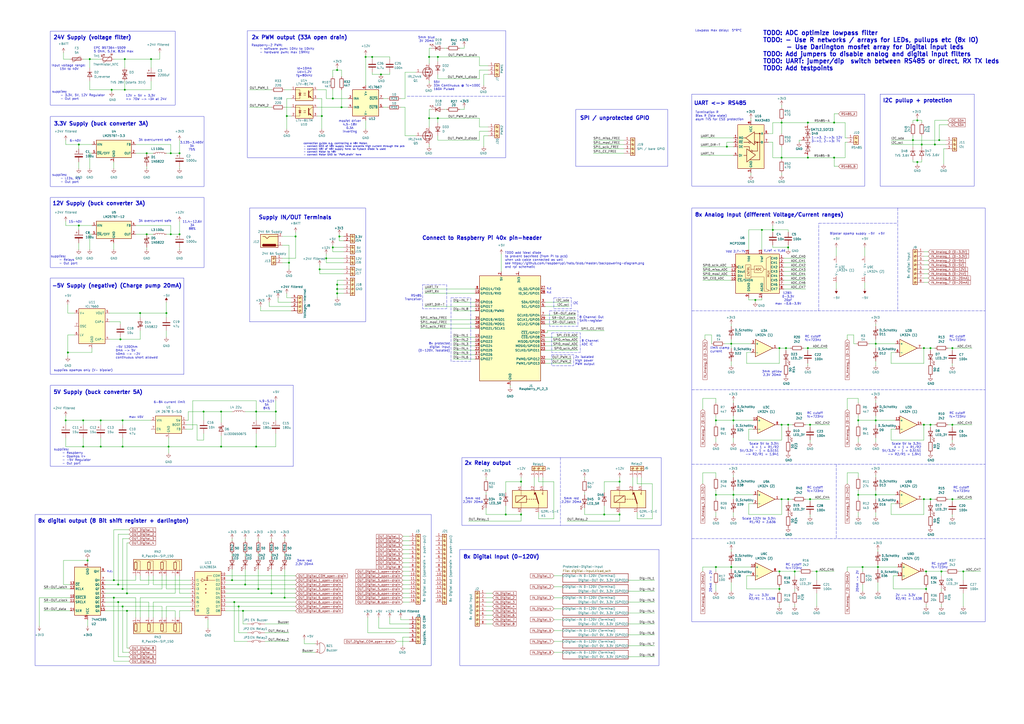
<source format=kicad_sch>
(kicad_sch
	(version 20231120)
	(generator "eeschema")
	(generator_version "8.0")
	(uuid "af4d11a6-73e1-4c39-a25e-5fe7dfa07237")
	(paper "A2")
	
	(junction
		(at 48.26 259.08)
		(diameter 0)
		(color 0 0 0 0)
		(uuid "04e54955-95ed-4070-adbb-7cee1b2c7a8b")
	)
	(junction
		(at 135.89 349.25)
		(diameter 0)
		(color 0 0 0 0)
		(uuid "05eca1c0-0042-44d8-82a8-b1f48175c33d")
	)
	(junction
		(at 483.87 91.44)
		(diameter 0)
		(color 0 0 0 0)
		(uuid "06f335d7-63de-4572-a20a-022b6c7f93c9")
	)
	(junction
		(at 542.29 83.82)
		(diameter 0)
		(color 0 0 0 0)
		(uuid "072c8fc6-89d0-4715-8ea4-dd9134761f17")
	)
	(junction
		(at 529.59 81.28)
		(diameter 0)
		(color 0 0 0 0)
		(uuid "07823899-5798-4592-8eff-8b1fe5858f30")
	)
	(junction
		(at 220.98 43.18)
		(diameter 0)
		(color 0 0 0 0)
		(uuid "0c7b1ae2-c684-4906-92c2-8dfa0b9613b9")
	)
	(junction
		(at 193.04 57.15)
		(diameter 0)
		(color 0 0 0 0)
		(uuid "0eedc99b-ff42-4961-8286-6066dee5c8fe")
	)
	(junction
		(at 455.93 201.93)
		(diameter 0)
		(color 0 0 0 0)
		(uuid "0fefb793-9883-40a2-bd83-f35b47e8dbdb")
	)
	(junction
		(at 66.04 336.55)
		(diameter 0)
		(color 0 0 0 0)
		(uuid "10026633-9ac7-4b72-aa53-10151f42da81")
	)
	(junction
		(at 71.12 243.84)
		(diameter 0)
		(color 0 0 0 0)
		(uuid "105d8991-ac05-4276-b194-5060bc474cf0")
	)
	(junction
		(at 424.18 328.93)
		(diameter 0)
		(color 0 0 0 0)
		(uuid "11161079-c1a9-4ebe-8de9-fa873f6e9640")
	)
	(junction
		(at 186.69 67.31)
		(diameter 0)
		(color 0 0 0 0)
		(uuid "11580b8b-6675-41d3-b33d-e1ed958eda93")
	)
	(junction
		(at 142.24 339.09)
		(diameter 0)
		(color 0 0 0 0)
		(uuid "11903fdd-3575-4409-96d6-35550cd46cfd")
	)
	(junction
		(at 195.58 40.64)
		(diameter 0)
		(color 0 0 0 0)
		(uuid "14ee932b-b4bf-415b-ab21-01e0b930417b")
	)
	(junction
		(at 39.37 204.47)
		(diameter 0)
		(color 0 0 0 0)
		(uuid "16107448-b037-4021-a9bb-1fb19d6f36c7")
	)
	(junction
		(at 468.63 71.12)
		(diameter 0)
		(color 0 0 0 0)
		(uuid "1827b75e-5515-4844-a399-117e6918fd73")
	)
	(junction
		(at 149.86 341.63)
		(diameter 0)
		(color 0 0 0 0)
		(uuid "1ab2b0ca-ba04-4500-a455-f6bec6b9245f")
	)
	(junction
		(at 532.13 93.98)
		(diameter 0)
		(color 0 0 0 0)
		(uuid "1c476741-4a7f-44e7-a84a-5b0fc50d1df8")
	)
	(junction
		(at 72.39 52.07)
		(diameter 0)
		(color 0 0 0 0)
		(uuid "1ca1e8b3-a925-433d-8b97-4bcdb1b98a40")
	)
	(junction
		(at 457.2 246.38)
		(diameter 0)
		(color 0 0 0 0)
		(uuid "209182a8-b4b9-40cd-b5b2-bd90b860e927")
	)
	(junction
		(at 461.01 331.47)
		(diameter 0)
		(color 0 0 0 0)
		(uuid "2108f88e-bd30-4e37-bd43-f81a6b0a951c")
	)
	(junction
		(at 302.26 279.4)
		(diameter 0)
		(color 0 0 0 0)
		(uuid "213f96fc-26d9-4cf1-83bd-f4336ef00b81")
	)
	(junction
		(at 350.52 298.45)
		(diameter 0)
		(color 0 0 0 0)
		(uuid "236f3f4e-76e9-4351-baf1-7665cdb427aa")
	)
	(junction
		(at 128.27 238.76)
		(diameter 0)
		(color 0 0 0 0)
		(uuid "28045595-b22a-4b06-9953-9f52298bbfc3")
	)
	(junction
		(at 425.45 287.02)
		(diameter 0)
		(color 0 0 0 0)
		(uuid "28934ae1-6d54-433a-8602-d8951919fe72")
	)
	(junction
		(at 248.92 33.02)
		(diameter 0)
		(color 0 0 0 0)
		(uuid "2a544a35-89e9-4403-a76e-deca404b0df4")
	)
	(junction
		(at 453.39 71.12)
		(diameter 0)
		(color 0 0 0 0)
		(uuid "2d47b40e-d23f-458b-8bda-f40f4a63d16c")
	)
	(junction
		(at 415.29 287.02)
		(diameter 0)
		(color 0 0 0 0)
		(uuid "2f3e2706-66a2-4ddc-84d7-d0f87e408bee")
	)
	(junction
		(at 52.07 34.29)
		(diameter 0)
		(color 0 0 0 0)
		(uuid "323916cf-5786-4346-bdcd-89c81cb32737")
	)
	(junction
		(at 171.45 137.16)
		(diameter 0)
		(color 0 0 0 0)
		(uuid "36c7ffc8-59d3-497b-8dce-a7b0d2f66aca")
	)
	(junction
		(at 185.42 156.21)
		(diameter 0)
		(color 0 0 0 0)
		(uuid "36d68065-ce7c-4d04-bfc0-73baed985380")
	)
	(junction
		(at 48.26 243.84)
		(diameter 0)
		(color 0 0 0 0)
		(uuid "383ef42e-22d7-43b3-89d3-2af42737728c")
	)
	(junction
		(at 535.94 246.38)
		(diameter 0)
		(color 0 0 0 0)
		(uuid "3ae78f7f-94a6-4485-a6b5-d7ce73e1abef")
	)
	(junction
		(at 50.8 325.12)
		(diameter 0)
		(color 0 0 0 0)
		(uuid "3c754c5e-b249-46c4-9d05-9f550316aca5")
	)
	(junction
		(at 415.29 328.93)
		(diameter 0)
		(color 0 0 0 0)
		(uuid "3e62f561-0d72-4e6a-934a-49655edcba7a")
	)
	(junction
		(at 196.85 137.16)
		(diameter 0)
		(color 0 0 0 0)
		(uuid "4165b357-897a-49f2-9ef7-d976d8e6b00f")
	)
	(junction
		(at 58.42 243.84)
		(diameter 0)
		(color 0 0 0 0)
		(uuid "422bc740-9691-4697-b466-286d91cb40aa")
	)
	(junction
		(at 448.31 133.35)
		(diameter 0)
		(color 0 0 0 0)
		(uuid "42f8f2a2-d4f1-4f85-a7f3-af76fd15f334")
	)
	(junction
		(at 81.28 181.61)
		(diameter 0)
		(color 0 0 0 0)
		(uuid "49b65474-3c4a-461b-8a68-40a6b20540ce")
	)
	(junction
		(at 535.94 201.93)
		(diameter 0)
		(color 0 0 0 0)
		(uuid "4c28afa4-cb18-4457-bfd3-5c53dabd8baa")
	)
	(junction
		(at 66.04 346.71)
		(diameter 0)
		(color 0 0 0 0)
		(uuid "4dd49bce-72c0-4885-aaa1-4fc2ceee5ed9")
	)
	(junction
		(at 438.15 173.99)
		(diameter 0)
		(color 0 0 0 0)
		(uuid "4e57230f-aabe-47d0-b863-f2adc3d1ffe4")
	)
	(junction
		(at 537.21 331.47)
		(diameter 0)
		(color 0 0 0 0)
		(uuid "51a2075d-152f-4706-892e-e33346bc5c7c")
	)
	(junction
		(at 469.9 289.56)
		(diameter 0)
		(color 0 0 0 0)
		(uuid "5350fbf4-d95b-437a-9686-20f0bf58d3a4")
	)
	(junction
		(at 534.67 83.82)
		(diameter 0)
		(color 0 0 0 0)
		(uuid "53d66afe-70cb-456e-9b1b-03e37a30427c")
	)
	(junction
		(at 535.94 289.56)
		(diameter 0)
		(color 0 0 0 0)
		(uuid "5453c15f-3da7-498f-b4d4-eefd4a32800e")
	)
	(junction
		(at 71.12 259.08)
		(diameter 0)
		(color 0 0 0 0)
		(uuid "548e2dfb-04f2-4d21-ab49-d803782e4bea")
	)
	(junction
		(at 165.1 346.71)
		(diameter 0)
		(color 0 0 0 0)
		(uuid "5728ee18-fcb1-40dc-a17f-8fbad76f4f48")
	)
	(junction
		(at 497.84 243.84)
		(diameter 0)
		(color 0 0 0 0)
		(uuid "57a339c8-b411-45ff-a169-a3416d23d890")
	)
	(junction
		(at 359.41 298.45)
		(diameter 0)
		(color 0 0 0 0)
		(uuid "58641e9a-dfea-4a17-a599-d3f20704b922")
	)
	(junction
		(at 104.14 135.89)
		(diameter 0)
		(color 0 0 0 0)
		(uuid "5b0eb3d4-c4be-4d9b-9e7b-ef02c7a05fa6")
	)
	(junction
		(at 552.45 246.38)
		(diameter 0)
		(color 0 0 0 0)
		(uuid "5fd46808-879e-44b8-af18-96d3e87ab16f")
	)
	(junction
		(at 104.14 88.9)
		(diameter 0)
		(color 0 0 0 0)
		(uuid "6030d6cb-547f-4627-bb7a-29b5d50e2d7c")
	)
	(junction
		(at 532.13 69.85)
		(diameter 0)
		(color 0 0 0 0)
		(uuid "60649139-4bdd-472e-9af5-360b27505cfe")
	)
	(junction
		(at 45.72 83.82)
		(diameter 0)
		(color 0 0 0 0)
		(uuid "61300700-7a6f-4cf0-89e3-de24251aaf76")
	)
	(junction
		(at 500.38 328.93)
		(diameter 0)
		(color 0 0 0 0)
		(uuid "628c5c50-25e2-4f91-8c48-b88818b7ae22")
	)
	(junction
		(at 508 243.84)
		(diameter 0)
		(color 0 0 0 0)
		(uuid "681b0c0c-503e-42b4-b413-9d8b61948eb7")
	)
	(junction
		(at 189.23 149.86)
		(diameter 0)
		(color 0 0 0 0)
		(uuid "6cf7d574-f4cc-4d2d-aaa4-333b42743989")
	)
	(junction
		(at 212.09 33.02)
		(diameter 0)
		(color 0 0 0 0)
		(uuid "6f8dae14-e5bb-4ed3-8136-992dd6b276bb")
	)
	(junction
		(at 441.96 133.35)
		(diameter 0)
		(color 0 0 0 0)
		(uuid "71c80c36-cea0-487c-bcb3-ac90e6cf6909")
	)
	(junction
		(at 99.06 135.89)
		(diameter 0)
		(color 0 0 0 0)
		(uuid "72aa6fa5-05f9-4fb4-9b06-f61f0b76719e")
	)
	(junction
		(at 497.84 287.02)
		(diameter 0)
		(color 0 0 0 0)
		(uuid "72cd6455-fb65-4b52-8421-80100f0ddc8f")
	)
	(junction
		(at 68.58 339.09)
		(diameter 0)
		(color 0 0 0 0)
		(uuid "751fb691-f4d4-4afb-8c99-237d44216e6a")
	)
	(junction
		(at 160.02 238.76)
		(diameter 0)
		(color 0 0 0 0)
		(uuid "75c001cd-17a9-469a-b125-e6fab77c80b6")
	)
	(junction
		(at 457.2 143.51)
		(diameter 0)
		(color 0 0 0 0)
		(uuid "7b6a19d9-d84c-4ace-9ad2-e52657e5669a")
	)
	(junction
		(at 96.52 181.61)
		(diameter 0)
		(color 0 0 0 0)
		(uuid "7e3134f9-4b48-4e64-b337-949ca5145048")
	)
	(junction
		(at 167.64 152.4)
		(diameter 0)
		(color 0 0 0 0)
		(uuid "7e34b571-ccc5-431c-9beb-4c51058dace2")
	)
	(junction
		(at 452.12 331.47)
		(diameter 0)
		(color 0 0 0 0)
		(uuid "7eee6ae0-e862-4cf5-a20a-077da3b5824a")
	)
	(junction
		(at 552.45 201.93)
		(diameter 0)
		(color 0 0 0 0)
		(uuid "85be4b5b-1dd3-4429-a51f-714f415e4cb3")
	)
	(junction
		(at 58.42 259.08)
		(diameter 0)
		(color 0 0 0 0)
		(uuid "8858408f-f194-4c4f-bd3d-5f79bdeb0f2d")
	)
	(junction
		(at 195.58 165.1)
		(diameter 0)
		(color 0 0 0 0)
		(uuid "88c2711e-5b03-40e9-b711-09a368eecd39")
	)
	(junction
		(at 148.59 259.08)
		(diameter 0)
		(color 0 0 0 0)
		(uuid "89ab178e-a455-4ee1-9c37-6616d82dbbfd")
	)
	(junction
		(at 99.06 88.9)
		(diameter 0)
		(color 0 0 0 0)
		(uuid "8a14436b-3658-4869-9928-b6970ddfd0dd")
	)
	(junction
		(at 425.45 243.84)
		(diameter 0)
		(color 0 0 0 0)
		(uuid "8c0d1323-aeaa-4fdf-940b-e96e8f624588")
	)
	(junction
		(at 508 287.02)
		(diameter 0)
		(color 0 0 0 0)
		(uuid "8c384515-970b-4a9b-9d25-34f7c7cf5a31")
	)
	(junction
		(at 215.9 33.02)
		(diameter 0)
		(color 0 0 0 0)
		(uuid "900094c6-ad82-42ce-b9e4-bbff1fbd4f7d")
	)
	(junction
		(at 157.48 344.17)
		(diameter 0)
		(color 0 0 0 0)
		(uuid "96561ec8-8fb0-4b54-8190-e8ea97ddc94c")
	)
	(junction
		(at 45.72 130.81)
		(diameter 0)
		(color 0 0 0 0)
		(uuid "9ce26f46-c13d-457f-b7ea-3cb9a3964209")
	)
	(junction
		(at 87.63 34.29)
		(diameter 0)
		(color 0 0 0 0)
		(uuid "9e5cf790-7802-46af-ab1e-37a6016aa652")
	)
	(junction
		(at 537.21 341.63)
		(diameter 0)
		(color 0 0 0 0)
		(uuid "9f9cd4a1-53b7-4b90-939d-1f42f0144daf")
	)
	(junction
		(at 71.12 341.63)
		(diameter 0)
		(color 0 0 0 0)
		(uuid "a02a0c35-7237-4690-930d-ae7d81a03d46")
	)
	(junction
		(at 148.59 238.76)
		(diameter 0)
		(color 0 0 0 0)
		(uuid "a1035066-f2bd-42c1-b35e-660253af95e6")
	)
	(junction
		(at 166.37 67.31)
		(diameter 0)
		(color 0 0 0 0)
		(uuid "a156600e-b17b-40ee-9338-2875dd6af119")
	)
	(junction
		(at 38.1 243.84)
		(diameter 0)
		(color 0 0 0 0)
		(uuid "a1588343-c251-454b-b53e-fff8eaaaa3ac")
	)
	(junction
		(at 421.64 85.09)
		(diameter 0)
		(color 0 0 0 0)
		(uuid "a3b0547d-f7ce-442b-817a-271db96a0661")
	)
	(junction
		(at 457.2 289.56)
		(diameter 0)
		(color 0 0 0 0)
		(uuid "a647ae42-673a-4b30-ba91-f5c0de2d1fb1")
	)
	(junction
		(at 415.29 243.84)
		(diameter 0)
		(color 0 0 0 0)
		(uuid "a8916f2a-3760-4408-a711-e8008e50a42d")
	)
	(junction
		(at 552.45 289.56)
		(diameter 0)
		(color 0 0 0 0)
		(uuid "a8b20a5e-2fbe-4704-8e22-2faf27846df8")
	)
	(junction
		(at 469.9 246.38)
		(diameter 0)
		(color 0 0 0 0)
		(uuid "aad29792-d123-4844-9da8-1df2be24a9d5")
	)
	(junction
		(at 509.27 328.93)
		(diameter 0)
		(color 0 0 0 0)
		(uuid "ab657e53-e46e-4daf-86ec-72046f57a401")
	)
	(junction
		(at 293.37 298.45)
		(diameter 0)
		(color 0 0 0 0)
		(uuid "ac1970be-fc9a-493a-b832-4f526b5d8a6f")
	)
	(junction
		(at 544.83 81.28)
		(diameter 0)
		(color 0 0 0 0)
		(uuid "ac4ac232-9a0f-4efe-bd40-aa7c1fcbaeed")
	)
	(junction
		(at 64.77 52.07)
		(diameter 0)
		(color 0 0 0 0)
		(uuid "aec62089-2d46-4a73-8fe2-9440797f680d")
	)
	(junction
		(at 193.04 143.51)
		(diameter 0)
		(color 0 0 0 0)
		(uuid "afe0a47e-780f-4d3f-922b-cf183727c03c")
	)
	(junction
		(at 140.97 354.33)
		(diameter 0)
		(color 0 0 0 0)
		(uuid "b03b65c9-d63a-4b4e-b4bc-bfd5bb85047b")
	)
	(junction
		(at 128.27 259.08)
		(diameter 0)
		(color 0 0 0 0)
		(uuid "b129a554-6918-436f-b908-937c28939470")
	)
	(junction
		(at 195.58 167.64)
		(diameter 0)
		(color 0 0 0 0)
		(uuid "b2e8f750-2b92-45ce-8a68-634998755450")
	)
	(junction
		(at 85.09 135.89)
		(diameter 0)
		(color 0 0 0 0)
		(uuid "b75be159-2e10-4f46-b206-2354b78b9157")
	)
	(junction
		(at 483.87 71.12)
		(diameter 0)
		(color 0 0 0 0)
		(uuid "b75f83a7-ff43-422c-8aef-b23c65dc9f58")
	)
	(junction
		(at 452.12 341.63)
		(diameter 0)
		(color 0 0 0 0)
		(uuid "bc0e8895-a168-4b32-a3ae-032222041331")
	)
	(junction
		(at 85.09 88.9)
		(diameter 0)
		(color 0 0 0 0)
		(uuid "bcb07714-ac5e-4281-b3c3-552386782e56")
	)
	(junction
		(at 359.41 279.4)
		(diameter 0)
		(color 0 0 0 0)
		(uuid "c25e2208-2d4a-4a5d-b1b6-520bc7405c20")
	)
	(junction
		(at 71.12 351.79)
		(diameter 0)
		(color 0 0 0 0)
		(uuid "c2a7d60c-8406-4629-9f9f-20facc991908")
	)
	(junction
		(at 248.92 68.58)
		(diameter 0)
		(color 0 0 0 0)
		(uuid "c583ebaa-dbb1-42bf-9503-cd46d9d9c934")
	)
	(junction
		(at 424.18 199.39)
		(diameter 0)
		(color 0 0 0 0)
		(uuid "c5e0eb5b-7c3b-45d6-94c4-c8f1aeb4edda")
	)
	(junction
		(at 558.8 331.47)
		(diameter 0)
		(color 0 0 0 0)
		(uuid "c6fd9455-a40f-495c-b522-dad68ccccb40")
	)
	(junction
		(at 68.58 349.25)
		(diameter 0)
		(color 0 0 0 0)
		(uuid "c7252f51-5593-44ea-9ef0-15644cb2b836")
	)
	(junction
		(at 468.63 201.93)
		(diameter 0)
		(color 0 0 0 0)
		(uuid "c9a1a788-271b-4313-91ac-1eb41a1be2d1")
	)
	(junction
		(at 73.66 344.17)
		(diameter 0)
		(color 0 0 0 0)
		(uuid "ca97fd06-a20b-4255-9402-c6f0775648c9")
	)
	(junction
		(at 539.75 289.56)
		(diameter 0)
		(color 0 0 0 0)
		(uuid "cce9ddbf-6d0b-4bc9-aa3e-08b573ecddaa")
	)
	(junction
		(at 539.75 246.38)
		(diameter 0)
		(color 0 0 0 0)
		(uuid "cef5d492-924d-4b16-915e-16292a4ec979")
	)
	(junction
		(at 546.1 331.47)
		(diameter 0)
		(color 0 0 0 0)
		(uuid "d3002e4b-d3e1-40cc-9b8a-5d2c7334c6dd")
	)
	(junction
		(at 539.75 201.93)
		(diameter 0)
		(color 0 0 0 0)
		(uuid "d5958f52-db39-4d96-9f5c-46cc0e0a9c13")
	)
	(junction
		(at 468.63 91.44)
		(diameter 0)
		(color 0 0 0 0)
		(uuid "d5f0980c-b894-41c8-ad9a-99d84da95533")
	)
	(junction
		(at 254 68.58)
		(diameter 0)
		(color 0 0 0 0)
		(uuid "d7f6abff-a394-48b0-8295-d13e407a04cb")
	)
	(junction
		(at 72.39 34.29)
		(diameter 0)
		(color 0 0 0 0)
		(uuid "d8f092e7-91d1-49cd-8b38-bfbac74525e6")
	)
	(junction
		(at 473.71 331.47)
		(diameter 0)
		(color 0 0 0 0)
		(uuid "dd672ca4-9aed-4510-a18a-eaf4c4b1b5b2")
	)
	(junction
		(at 508 199.39)
		(diameter 0)
		(color 0 0 0 0)
		(uuid "dd99b0be-8d82-412c-a9e5-745f68c0f208")
	)
	(junction
		(at 453.39 246.38)
		(diameter 0)
		(color 0 0 0 0)
		(uuid "e06e2f01-d838-48f6-8efa-7e05b926ca29")
	)
	(junction
		(at 302.26 298.45)
		(diameter 0)
		(color 0 0 0 0)
		(uuid "e0fcc60c-adef-4503-b67d-31eec596d694")
	)
	(junction
		(at 198.12 62.23)
		(diameter 0)
		(color 0 0 0 0)
		(uuid "e5b099e1-f557-4448-b3d0-b283fc211558")
	)
	(junction
		(at 134.62 336.55)
		(diameter 0)
		(color 0 0 0 0)
		(uuid "e5bd5461-5bb2-4b08-87c8-6e463ef8db0a")
	)
	(junction
		(at 118.11 238.76)
		(diameter 0)
		(color 0 0 0 0)
		(uuid "e70a65f8-f7a2-47ed-978c-48ab0ab55eb7")
	)
	(junction
		(at 254 33.02)
		(diameter 0)
		(color 0 0 0 0)
		(uuid "e8615103-e90c-4f75-b440-b8fad443ff1e")
	)
	(junction
		(at 69.85 196.85)
		(diameter 0)
		(color 0 0 0 0)
		(uuid "eac55c9c-6217-4313-8428-a310d44dd53f")
	)
	(junction
		(at 453.39 91.44)
		(diameter 0)
		(color 0 0 0 0)
		(uuid "ed02a82a-9a4c-446b-b18a-c2e77fed11fa")
	)
	(junction
		(at 453.39 289.56)
		(diameter 0)
		(color 0 0 0 0)
		(uuid "ef6c709f-f6a8-4332-b336-2fc745163133")
	)
	(junction
		(at 97.79 259.08)
		(diameter 0)
		(color 0 0 0 0)
		(uuid "f74be3ca-6702-47ef-b237-4f888ce46f38")
	)
	(junction
		(at 195.58 170.18)
		(diameter 0)
		(color 0 0 0 0)
		(uuid "f7f75933-16ea-47d7-b287-2e617fa65d71")
	)
	(junction
		(at 138.43 351.79)
		(diameter 0)
		(color 0 0 0 0)
		(uuid "fae7fc45-5150-4de6-9de8-a36ec31aa312")
	)
	(junction
		(at 452.12 201.93)
		(diameter 0)
		(color 0 0 0 0)
		(uuid "fbce1fdb-db5b-4f19-bbb5-0a9c27bcbc89")
	)
	(junction
		(at 73.66 354.33)
		(diameter 0)
		(color 0 0 0 0)
		(uuid "fcfc1728-3653-4623-b7b5-a4e4cd6811ba")
	)
	(wire
		(pts
			(xy 457.2 142.24) (xy 457.2 143.51)
		)
		(stroke
			(width 0)
			(type default)
		)
		(uuid "0054231e-6c1c-4b62-a261-da803b448710")
	)
	(wire
		(pts
			(xy 199.39 152.4) (xy 189.23 152.4)
		)
		(stroke
			(width 0)
			(type default)
		)
		(uuid "00545783-b683-4c25-a5a8-313c6c100a89")
	)
	(wire
		(pts
			(xy 233.68 323.85) (xy 237.49 323.85)
		)
		(stroke
			(width 0)
			(type default)
		)
		(uuid "00818073-0ff6-4df9-84ad-d009831f149e")
	)
	(wire
		(pts
			(xy 157.48 330.2) (xy 157.48 344.17)
		)
		(stroke
			(width 0)
			(type default)
		)
		(uuid "008afce7-2f89-4bee-bec1-74412a14f6ad")
	)
	(wire
		(pts
			(xy 184.15 62.23) (xy 198.12 62.23)
		)
		(stroke
			(width 0)
			(type default)
		)
		(uuid "00912cef-7458-4250-9601-851325c17234")
	)
	(wire
		(pts
			(xy 184.15 52.07) (xy 189.23 52.07)
		)
		(stroke
			(width 0)
			(type default)
		)
		(uuid "00e44004-c513-4de5-a722-c1ec9c261caa")
	)
	(wire
		(pts
			(xy 415.29 339.09) (xy 415.29 342.9)
		)
		(stroke
			(width 0)
			(type default)
		)
		(uuid "00ef2f56-37bd-4ed0-aeb9-aa019bd24e2f")
	)
	(wire
		(pts
			(xy 138.43 367.03) (xy 138.43 351.79)
		)
		(stroke
			(width 0)
			(type default)
		)
		(uuid "00fdba94-28e0-4b7e-a3f6-8468a273182f")
	)
	(wire
		(pts
			(xy 469.9 246.38) (xy 469.9 247.65)
		)
		(stroke
			(width 0)
			(type default)
		)
		(uuid "01a5f7f5-381b-4726-8886-b420b25ccedd")
	)
	(wire
		(pts
			(xy 130.81 349.25) (xy 135.89 349.25)
		)
		(stroke
			(width 0)
			(type default)
		)
		(uuid "01f70877-5d35-4473-8154-b32633fb4439")
	)
	(wire
		(pts
			(xy 212.09 33.02) (xy 215.9 33.02)
		)
		(stroke
			(width 0)
			(type default)
		)
		(uuid "02432959-10b0-4f2a-af2d-7311d5fec00d")
	)
	(wire
		(pts
			(xy 364.49 381) (xy 379.73 381)
		)
		(stroke
			(width 0)
			(type default)
		)
		(uuid "02ad12e9-171b-44af-b8d5-404ce7de4145")
	)
	(wire
		(pts
			(xy 50.8 326.39) (xy 50.8 325.12)
		)
		(stroke
			(width 0)
			(type default)
		)
		(uuid "02caf3da-4dfe-464a-bed0-55c975aa32ca")
	)
	(wire
		(pts
			(xy 262.89 195.58) (xy 275.59 195.58)
		)
		(stroke
			(width 0)
			(type default)
		)
		(uuid "02f927d2-46f0-4067-bb2c-7b5ed625f8eb")
	)
	(wire
		(pts
			(xy 163.83 149.86) (xy 171.45 149.86)
		)
		(stroke
			(width 0)
			(type default)
		)
		(uuid "02fbffc1-1a80-4729-b02b-5df049ccd742")
	)
	(wire
		(pts
			(xy 278.13 73.66) (xy 278.13 68.58)
		)
		(stroke
			(width 0)
			(type default)
		)
		(uuid "030da04f-bb6a-49d5-a07a-b1ac13ef0d2c")
	)
	(wire
		(pts
			(xy 149.86 330.2) (xy 149.86 341.63)
		)
		(stroke
			(width 0)
			(type default)
		)
		(uuid "041815f2-6a56-4b6a-bb9d-9c928a900a5c")
	)
	(wire
		(pts
			(xy 453.39 246.38) (xy 457.2 246.38)
		)
		(stroke
			(width 0)
			(type default)
		)
		(uuid "04304b2e-0c68-4a14-bbe0-0e23cac30e94")
	)
	(wire
		(pts
			(xy 529.59 71.12) (xy 529.59 69.85)
		)
		(stroke
			(width 0)
			(type default)
		)
		(uuid "0445f1c5-cbd7-41f2-81d5-6122602375c6")
	)
	(polyline
		(pts
			(xy 236.22 55.88) (xy 293.37 55.88)
		)
		(stroke
			(width 0)
			(type dash)
		)
		(uuid "0562829c-78ed-418e-bf83-3ad41711062d")
	)
	(wire
		(pts
			(xy 128.27 252.73) (xy 128.27 259.08)
		)
		(stroke
			(width 0)
			(type default)
		)
		(uuid "056eeaf6-cef0-4a15-9aa0-a138145aa6e3")
	)
	(wire
		(pts
			(xy 321.31 279.4) (xy 321.31 300.99)
		)
		(stroke
			(width 0)
			(type default)
		)
		(uuid "05769be8-6486-49a6-96aa-282d535c7d39")
	)
	(wire
		(pts
			(xy 434.34 144.78) (xy 434.34 133.35)
		)
		(stroke
			(width 0)
			(type default)
		)
		(uuid "05c7cccb-cca5-4623-97c8-040d9b4df307")
	)
	(wire
		(pts
			(xy 66.04 336.55) (xy 78.74 336.55)
		)
		(stroke
			(width 0)
			(type default)
		)
		(uuid "060a1e46-185f-46d5-bb25-4b502bfab042")
	)
	(wire
		(pts
			(xy 45.72 83.82) (xy 53.34 83.82)
		)
		(stroke
			(width 0)
			(type default)
		)
		(uuid "062e080a-8aeb-47cc-970e-09456cd360cd")
	)
	(wire
		(pts
			(xy 135.89 349.25) (xy 171.45 349.25)
		)
		(stroke
			(width 0)
			(type default)
		)
		(uuid "0659393b-3309-4473-b9a3-0b8d8e6240c7")
	)
	(wire
		(pts
			(xy 454.66 149.86) (xy 467.36 149.86)
		)
		(stroke
			(width 0)
			(type default)
		)
		(uuid "068083fa-fce7-43b5-8463-4f98840e7a26")
	)
	(wire
		(pts
			(xy 93.98 341.63) (xy 93.98 334.01)
		)
		(stroke
			(width 0)
			(type default)
		)
		(uuid "0682b7ac-d716-40a5-af74-9d38bd3e4468")
	)
	(wire
		(pts
			(xy 321.31 300.99) (xy 312.42 300.99)
		)
		(stroke
			(width 0)
			(type default)
		)
		(uuid "06a1b25e-5913-4cbd-a6dc-df54f02c3062")
	)
	(wire
		(pts
			(xy 316.23 182.88) (xy 334.01 182.88)
		)
		(stroke
			(width 0)
			(type default)
		)
		(uuid "06d6f191-9971-474b-b097-e0a1a133101e")
	)
	(wire
		(pts
			(xy 74.93 309.88) (xy 68.58 309.88)
		)
		(stroke
			(width 0)
			(type default)
		)
		(uuid "0768423a-ac1c-4f99-9532-7ef87789f549")
	)
	(wire
		(pts
			(xy 81.28 191.77) (xy 81.28 196.85)
		)
		(stroke
			(width 0)
			(type default)
		)
		(uuid "07802d6c-0405-4611-8498-2921642973c9")
	)
	(wire
		(pts
			(xy 457.2 289.56) (xy 459.74 289.56)
		)
		(stroke
			(width 0)
			(type default)
		)
		(uuid "08d4afc6-7a52-4c48-90ea-de03339f3fec")
	)
	(wire
		(pts
			(xy 434.34 292.1) (xy 434.34 298.45)
		)
		(stroke
			(width 0)
			(type default)
		)
		(uuid "08da2754-5954-4cc6-88b7-c43418808a5f")
	)
	(wire
		(pts
			(xy 233.68 331.47) (xy 237.49 331.47)
		)
		(stroke
			(width 0)
			(type default)
		)
		(uuid "09105bff-0442-453e-b260-c98527da345d")
	)
	(wire
		(pts
			(xy 69.85 196.85) (xy 63.5 196.85)
		)
		(stroke
			(width 0)
			(type default)
		)
		(uuid "09231105-ced3-4313-bf61-0ff5f84aa1d1")
	)
	(wire
		(pts
			(xy 454.66 152.4) (xy 467.36 152.4)
		)
		(stroke
			(width 0)
			(type default)
		)
		(uuid "0932f8bf-1781-41f0-8075-3b7e84ddb5c7")
	)
	(polyline
		(pts
			(xy 401.32 312.42) (xy 571.5 312.42)
		)
		(stroke
			(width 0)
			(type dash)
		)
		(uuid "094d5652-c661-4611-aef7-df74f3da51b8")
	)
	(wire
		(pts
			(xy 52.07 97.79) (xy 52.07 88.9)
		)
		(stroke
			(width 0)
			(type default)
		)
		(uuid "096d85b4-5d51-44af-82ba-979fa750f17a")
	)
	(wire
		(pts
			(xy 186.69 67.31) (xy 186.69 57.15)
		)
		(stroke
			(width 0)
			(type default)
		)
		(uuid "09c9e21f-8206-47ae-a9c8-c044bfbcae4a")
	)
	(wire
		(pts
			(xy 497.84 284.48) (xy 497.84 287.02)
		)
		(stroke
			(width 0)
			(type default)
		)
		(uuid "09d9a41a-af3c-4a91-ad4d-2c3b79cf9ec7")
	)
	(wire
		(pts
			(xy 50.8 363.22) (xy 50.8 359.41)
		)
		(stroke
			(width 0)
			(type default)
		)
		(uuid "0a051774-4cbb-4b66-bf37-8910fac947bb")
	)
	(wire
		(pts
			(xy 539.75 246.38) (xy 539.75 247.65)
		)
		(stroke
			(width 0)
			(type default)
		)
		(uuid "0a19eb4a-b45c-478b-9d63-c374df4a79a0")
	)
	(wire
		(pts
			(xy 81.28 181.61) (xy 96.52 181.61)
		)
		(stroke
			(width 0)
			(type default)
		)
		(uuid "0a9bbdf8-1908-4d8c-8217-07db364293b0")
	)
	(wire
		(pts
			(xy 60.96 354.33) (xy 73.66 354.33)
		)
		(stroke
			(width 0)
			(type default)
		)
		(uuid "0aa33d96-2e44-4442-b63d-f8ede3d506ac")
	)
	(wire
		(pts
			(xy 415.29 274.32) (xy 415.29 276.86)
		)
		(stroke
			(width 0)
			(type default)
		)
		(uuid "0b798a4e-ae38-46ca-9967-253a2656e0f1")
	)
	(wire
		(pts
			(xy 68.58 381) (xy 68.58 349.25)
		)
		(stroke
			(width 0)
			(type default)
		)
		(uuid "0d64bcbd-9b4c-4f6e-98d3-beab5b2606b6")
	)
	(wire
		(pts
			(xy 88.9 339.09) (xy 110.49 339.09)
		)
		(stroke
			(width 0)
			(type default)
		)
		(uuid "0e92e4be-38e2-45e5-939b-f91def45932d")
	)
	(wire
		(pts
			(xy 497.84 243.84) (xy 497.84 246.38)
		)
		(stroke
			(width 0)
			(type default)
		)
		(uuid "0f4644b6-fa54-41ce-a769-bba1ac182829")
	)
	(wire
		(pts
			(xy 435.61 68.58) (xy 435.61 69.85)
		)
		(stroke
			(width 0)
			(type default)
		)
		(uuid "0fdad08b-4b60-4f92-976c-2a5e922013e0")
	)
	(wire
		(pts
			(xy 148.59 238.76) (xy 148.59 243.84)
		)
		(stroke
			(width 0)
			(type default)
		)
		(uuid "10545d38-a86d-4f4b-9d61-a90e5b83a28b")
	)
	(wire
		(pts
			(xy 138.43 351.79) (xy 171.45 351.79)
		)
		(stroke
			(width 0)
			(type default)
		)
		(uuid "105e6ead-c219-4b9a-9c48-5f4c927466e0")
	)
	(wire
		(pts
			(xy 491.49 274.32) (xy 497.84 274.32)
		)
		(stroke
			(width 0)
			(type default)
		)
		(uuid "10a6a44e-d783-4ce2-86b8-20bd8032d780")
	)
	(wire
		(pts
			(xy 262.89 203.2) (xy 275.59 203.2)
		)
		(stroke
			(width 0)
			(type default)
		)
		(uuid "10a757e5-89b9-4989-b591-35fa1e44e30a")
	)
	(wire
		(pts
			(xy 535.94 255.27) (xy 535.94 246.38)
		)
		(stroke
			(width 0)
			(type default)
		)
		(uuid "1103b789-e8a0-437b-b861-57f3bb0fe1fd")
	)
	(wire
		(pts
			(xy 148.59 238.76) (xy 160.02 238.76)
		)
		(stroke
			(width 0)
			(type default)
		)
		(uuid "11050421-263c-408e-9ff9-8d4704e38685")
	)
	(wire
		(pts
			(xy 508 209.55) (xy 508 212.09)
		)
		(stroke
			(width 0)
			(type default)
		)
		(uuid "110938bc-7e57-48c8-9cf6-d617786f4017")
	)
	(wire
		(pts
			(xy 316.23 185.42) (xy 334.01 185.42)
		)
		(stroke
			(width 0)
			(type default)
		)
		(uuid "119c66a0-9194-4112-8a35-c7ab420db9e3")
	)
	(wire
		(pts
			(xy 254 68.58) (xy 254 71.12)
		)
		(stroke
			(width 0)
			(type default)
		)
		(uuid "11c359c3-26fe-4117-8dcc-0f087608c0a4")
	)
	(wire
		(pts
			(xy 529.59 93.98) (xy 532.13 93.98)
		)
		(stroke
			(width 0)
			(type default)
		)
		(uuid "120cdc1a-687e-4eba-afd7-f1b2efe76e94")
	)
	(wire
		(pts
			(xy 285.75 359.41) (xy 281.94 359.41)
		)
		(stroke
			(width 0)
			(type default)
		)
		(uuid "1238accc-b1f4-495d-9555-1773ffdde48b")
	)
	(wire
		(pts
			(xy 407.67 231.14) (xy 415.29 231.14)
		)
		(stroke
			(width 0)
			(type default)
		)
		(uuid "1257bc49-635e-40d2-adbc-efdb0b93d729")
	)
	(wire
		(pts
			(xy 104.14 143.51) (xy 104.14 144.78)
		)
		(stroke
			(width 0)
			(type default)
		)
		(uuid "125a7d11-0e70-4fc2-ad30-a60c78e9f5a4")
	)
	(wire
		(pts
			(xy 199.39 156.21) (xy 185.42 156.21)
		)
		(stroke
			(width 0)
			(type default)
		)
		(uuid "1277afae-9962-4396-93da-5f8be530e087")
	)
	(wire
		(pts
			(xy 25.4 354.33) (xy 40.64 354.33)
		)
		(stroke
			(width 0)
			(type default)
		)
		(uuid "12a983d3-1186-4ca8-a60c-5c45001d78ec")
	)
	(wire
		(pts
			(xy 421.64 82.55) (xy 425.45 82.55)
		)
		(stroke
			(width 0)
			(type default)
		)
		(uuid "12d77e0a-5dcd-4dd0-8d7e-2bd92b3f4f23")
	)
	(wire
		(pts
			(xy 285.75 344.17) (xy 281.94 344.17)
		)
		(stroke
			(width 0)
			(type default)
		)
		(uuid "131e9cc7-fe99-45a7-b73f-6d1a85fbc334")
	)
	(wire
		(pts
			(xy 144.78 52.07) (xy 157.48 52.07)
		)
		(stroke
			(width 0)
			(type default)
		)
		(uuid "13498381-d22d-4321-8dae-bb4e3470f921")
	)
	(wire
		(pts
			(xy 534.67 93.98) (xy 534.67 92.71)
		)
		(stroke
			(width 0)
			(type default)
		)
		(uuid "135d3430-334d-4aef-a7e9-ae49e108ebcb")
	)
	(wire
		(pts
			(xy 160.02 251.46) (xy 160.02 259.08)
		)
		(stroke
			(width 0)
			(type default)
		)
		(uuid "137c88a4-e84c-4de9-8e08-42b4620e394d")
	)
	(wire
		(pts
			(xy 52.07 34.29) (xy 52.07 39.37)
		)
		(stroke
			(width 0)
			(type default)
		)
		(uuid "147be2c8-821e-4c84-a2e1-06b7f4973251")
	)
	(wire
		(pts
			(xy 448.31 143.51) (xy 457.2 143.51)
		)
		(stroke
			(width 0)
			(type default)
		)
		(uuid "14e2a1f5-5ec8-44d4-8c05-ee4cab2bd0fb")
	)
	(wire
		(pts
			(xy 535.94 158.75) (xy 538.48 158.75)
		)
		(stroke
			(width 0)
			(type default)
		)
		(uuid "14f8bc70-e152-47b8-b5b7-589734aa4ea8")
	)
	(wire
		(pts
			(xy 539.75 201.93) (xy 542.29 201.93)
		)
		(stroke
			(width 0)
			(type default)
		)
		(uuid "15621219-290f-410b-a757-cdd9d2345727")
	)
	(wire
		(pts
			(xy 452.12 331.47) (xy 452.12 332.74)
		)
		(stroke
			(width 0)
			(type default)
		)
		(uuid "1650821f-6f72-4ef4-81aa-36ef4033d5a7")
	)
	(wire
		(pts
			(xy 157.48 312.42) (xy 157.48 313.69)
		)
		(stroke
			(width 0)
			(type default)
		)
		(uuid "17126ad0-a1ca-48f1-8760-53792368c4a8")
	)
	(wire
		(pts
			(xy 96.52 334.01) (xy 96.52 341.63)
		)
		(stroke
			(width 0)
			(type default)
		)
		(uuid "17133fa4-9e22-455f-99d1-e5ad0e844480")
	)
	(wire
		(pts
			(xy 96.52 341.63) (xy 110.49 341.63)
		)
		(stroke
			(width 0)
			(type default)
		)
		(uuid "17b72f9a-c181-4330-a138-b94bb453fd18")
	)
	(wire
		(pts
			(xy 452.12 210.82) (xy 452.12 201.93)
		)
		(stroke
			(width 0)
			(type default)
		)
		(uuid "17bbe78c-8ffb-4b23-9f87-29b2d98865bc")
	)
	(wire
		(pts
			(xy 262.89 180.34) (xy 275.59 180.34)
		)
		(stroke
			(width 0)
			(type default)
		)
		(uuid "18bd5913-41be-4769-8641-d6823b668dd5")
	)
	(wire
		(pts
			(xy 215.9 34.29) (xy 215.9 33.02)
		)
		(stroke
			(width 0)
			(type default)
		)
		(uuid "18dc0aef-b3db-4808-8839-8af1912155b4")
	)
	(wire
		(pts
			(xy 233.68 369.57) (xy 237.49 369.57)
		)
		(stroke
			(width 0)
			(type default)
		)
		(uuid "1995e748-4771-480d-8d31-bf8f590a5fd4")
	)
	(wire
		(pts
			(xy 281.94 294.64) (xy 281.94 298.45)
		)
		(stroke
			(width 0)
			(type default)
		)
		(uuid "1a9b8154-dfe5-48da-9674-520ef25d19f9")
	)
	(wire
		(pts
			(xy 436.88 248.92) (xy 434.34 248.92)
		)
		(stroke
			(width 0)
			(type default)
		)
		(uuid "1a9d8fbd-579f-424a-9e77-5087a207aaee")
	)
	(wire
		(pts
			(xy 452.12 246.38) (xy 453.39 246.38)
		)
		(stroke
			(width 0)
			(type default)
		)
		(uuid "1aa8f332-c29d-4eb2-9746-0ba21528bbb1")
	)
	(wire
		(pts
			(xy 425.45 287.02) (xy 425.45 289.56)
		)
		(stroke
			(width 0)
			(type default)
		)
		(uuid "1ab50263-9f5c-45b0-a434-9b22b0ecc0b3")
	)
	(wire
		(pts
			(xy 226.06
... [550901 chars truncated]
</source>
